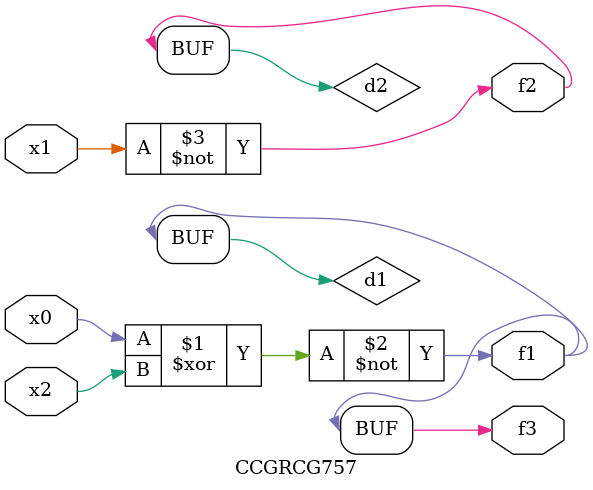
<source format=v>
module CCGRCG757(
	input x0, x1, x2,
	output f1, f2, f3
);

	wire d1, d2, d3;

	xnor (d1, x0, x2);
	nand (d2, x1);
	nor (d3, x1, x2);
	assign f1 = d1;
	assign f2 = d2;
	assign f3 = d1;
endmodule

</source>
